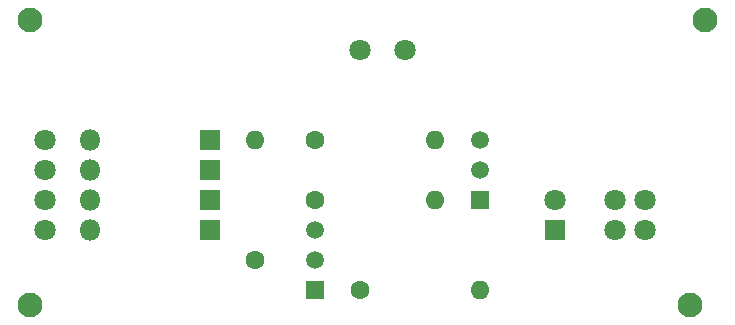
<source format=gbr>
%TF.GenerationSoftware,KiCad,Pcbnew,7.0.8*%
%TF.CreationDate,2023-10-09T16:50:42-07:00*%
%TF.ProjectId,decoder_part,6465636f-6465-4725-9f70-6172742e6b69,rev?*%
%TF.SameCoordinates,Original*%
%TF.FileFunction,Soldermask,Bot*%
%TF.FilePolarity,Negative*%
%FSLAX46Y46*%
G04 Gerber Fmt 4.6, Leading zero omitted, Abs format (unit mm)*
G04 Created by KiCad (PCBNEW 7.0.8) date 2023-10-09 16:50:42*
%MOMM*%
%LPD*%
G01*
G04 APERTURE LIST*
%ADD10O,1.600000X1.600000*%
%ADD11C,1.600000*%
%ADD12C,1.800000*%
%ADD13R,1.500000X1.500000*%
%ADD14C,1.500000*%
%ADD15C,2.100000*%
%ADD16R,1.800000X1.800000*%
%ADD17O,1.800000X1.800000*%
G04 APERTURE END LIST*
D10*
%TO.C,1K*%
X83820000Y-63500000D03*
D11*
X73660000Y-63500000D03*
%TD*%
D12*
%TO.C,5V*%
X77470000Y-43180000D03*
%TD*%
%TO.C,IN*%
X46990000Y-55880000D03*
%TD*%
D13*
%TO.C,NOR*%
X69850000Y-63500000D03*
D14*
X69850000Y-60960000D03*
X69850000Y-58420000D03*
%TD*%
D11*
%TO.C,10K*%
X69850000Y-55880000D03*
D10*
X80010000Y-55880000D03*
%TD*%
D15*
%TO.C,*%
X101600000Y-64770000D03*
%TD*%
D11*
%TO.C,10K*%
X64770000Y-60960000D03*
D10*
X64770000Y-50800000D03*
%TD*%
D12*
%TO.C,*%
X95250000Y-58420000D03*
%TD*%
D16*
%TO.C,REF\u002A\u002A*%
X90170000Y-58420000D03*
D12*
X90170000Y-55880000D03*
%TD*%
D11*
%TO.C,1K*%
X69850000Y-50800000D03*
D10*
X80010000Y-50800000D03*
%TD*%
D12*
%TO.C,IN*%
X46990000Y-53340000D03*
%TD*%
%TO.C,*%
X97790000Y-55880000D03*
%TD*%
D16*
%TO.C,*%
X60960000Y-50800000D03*
D17*
X50800000Y-50800000D03*
%TD*%
D16*
%TO.C,*%
X60960000Y-53340000D03*
D17*
X50800000Y-53340000D03*
%TD*%
D16*
%TO.C,*%
X60960000Y-58420000D03*
D17*
X50800000Y-58420000D03*
%TD*%
D13*
%TO.C,Buffer*%
X83820000Y-55890000D03*
D14*
X83820000Y-53350000D03*
X83820000Y-50810000D03*
%TD*%
D12*
%TO.C,*%
X95250000Y-55880000D03*
%TD*%
D15*
%TO.C,*%
X45720000Y-64770000D03*
%TD*%
D12*
%TO.C,*%
X97790000Y-58420000D03*
%TD*%
%TO.C,GND*%
X73660000Y-43180000D03*
%TD*%
D16*
%TO.C,*%
X60960000Y-55880000D03*
D17*
X50800000Y-55880000D03*
%TD*%
D15*
%TO.C,*%
X45720000Y-40640000D03*
%TD*%
D12*
%TO.C,IN*%
X46990000Y-58420000D03*
%TD*%
%TO.C,IN*%
X46990000Y-50800000D03*
%TD*%
D15*
%TO.C,*%
X102870000Y-40640000D03*
%TD*%
M02*

</source>
